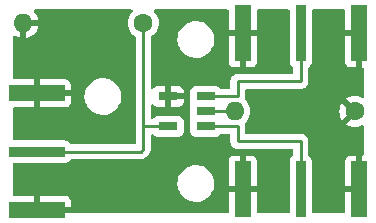
<source format=gtl>
%TF.GenerationSoftware,KiCad,Pcbnew,(6.0.0-0)*%
%TF.CreationDate,2022-04-29T16:53:49+10:00*%
%TF.ProjectId,kicad practice,6b696361-6420-4707-9261-63746963652e,rev?*%
%TF.SameCoordinates,Original*%
%TF.FileFunction,Copper,L1,Top*%
%TF.FilePolarity,Positive*%
%FSLAX46Y46*%
G04 Gerber Fmt 4.6, Leading zero omitted, Abs format (unit mm)*
G04 Created by KiCad (PCBNEW (6.0.0-0)) date 2022-04-29 16:53:49*
%MOMM*%
%LPD*%
G01*
G04 APERTURE LIST*
%TA.AperFunction,SMDPad,CuDef*%
%ADD10R,0.860000X4.720000*%
%TD*%
%TA.AperFunction,ConnectorPad*%
%ADD11R,1.350000X4.720000*%
%TD*%
%TA.AperFunction,ComponentPad*%
%ADD12C,1.600000*%
%TD*%
%TA.AperFunction,ComponentPad*%
%ADD13O,1.600000X1.600000*%
%TD*%
%TA.AperFunction,SMDPad,CuDef*%
%ADD14R,4.720000X0.860000*%
%TD*%
%TA.AperFunction,ConnectorPad*%
%ADD15R,4.720000X1.350000*%
%TD*%
%TA.AperFunction,SMDPad,CuDef*%
%ADD16R,1.650000X0.760000*%
%TD*%
%TA.AperFunction,ViaPad*%
%ADD17C,0.800000*%
%TD*%
%TA.AperFunction,Conductor*%
%ADD18C,0.250000*%
%TD*%
G04 APERTURE END LIST*
D10*
%TO.P,J2,1,In*%
%TO.N,Net-(J2-Pad1)*%
X152400000Y-95504000D03*
D11*
%TO.P,J2,2,Ext*%
%TO.N,Earth*%
X157325000Y-95504000D03*
X147475000Y-95504000D03*
%TD*%
D12*
%TO.P,R1,1*%
%TO.N,Earth*%
X156972000Y-102108000D03*
D13*
%TO.P,R1,2*%
%TO.N,Net-(R1-Pad2)*%
X146812000Y-102108000D03*
%TD*%
D14*
%TO.P,J3,1,In*%
%TO.N,Net-(J3-Pad1)*%
X130048000Y-105507000D03*
D15*
%TO.P,J3,2,Ext*%
%TO.N,Earth*%
X130048000Y-100582000D03*
X130048000Y-110432000D03*
%TD*%
D16*
%TO.P,T1,1,PR1*%
%TO.N,Net-(J1-Pad1)*%
X144338000Y-103378000D03*
%TO.P,T1,2,PM*%
%TO.N,Net-(R1-Pad2)*%
X144338000Y-102108000D03*
%TO.P,T1,3,PR2*%
%TO.N,Net-(J2-Pad1)*%
X144338000Y-100838000D03*
%TO.P,T1,4,S1*%
%TO.N,Earth*%
X141158000Y-100838000D03*
%TO.P,T1,5,S2*%
%TO.N,Net-(J3-Pad1)*%
X141158000Y-103378000D03*
%TD*%
D12*
%TO.P,R2,1*%
%TO.N,Net-(J3-Pad1)*%
X139065000Y-94615000D03*
D13*
%TO.P,R2,2*%
%TO.N,Earth*%
X128905000Y-94615000D03*
%TD*%
D10*
%TO.P,J1,1,In*%
%TO.N,Net-(J1-Pad1)*%
X152400000Y-108712000D03*
D11*
%TO.P,J1,2,Ext*%
%TO.N,Earth*%
X147475000Y-108712000D03*
X157325000Y-108712000D03*
%TD*%
D17*
%TO.N,Earth*%
X137922000Y-96774000D03*
X137922000Y-98806000D03*
X135890000Y-106680000D03*
X149860000Y-105918000D03*
X134874000Y-106680000D03*
X145796000Y-104902000D03*
X140208000Y-96774000D03*
X137922000Y-104140000D03*
X145796000Y-99314000D03*
X137922000Y-103124000D03*
X133858000Y-106680000D03*
X140208000Y-97790000D03*
X150876000Y-105918000D03*
X139700000Y-106172000D03*
X140208000Y-98806000D03*
X150876000Y-98298000D03*
X137922000Y-106680000D03*
X136906000Y-106680000D03*
X133858000Y-104140000D03*
X134874000Y-104140000D03*
X136906000Y-104140000D03*
X149860000Y-98298000D03*
X135890000Y-104140000D03*
X137922000Y-97790000D03*
X138938000Y-106680000D03*
%TD*%
D18*
%TO.N,Net-(J1-Pad1)*%
X147066000Y-104648000D02*
X152400000Y-104648000D01*
X144338000Y-103378000D02*
X147066000Y-103378000D01*
X152400000Y-104648000D02*
X152400000Y-108712000D01*
X147066000Y-103378000D02*
X147066000Y-104648000D01*
%TO.N,Net-(J2-Pad1)*%
X147066000Y-99568000D02*
X152400000Y-99568000D01*
X147066000Y-100838000D02*
X144338000Y-100838000D01*
X152400000Y-99568000D02*
X152400000Y-95504000D01*
X147066000Y-100838000D02*
X147066000Y-99568000D01*
%TO.N,Net-(J3-Pad1)*%
X139065000Y-103251000D02*
X139065000Y-105283000D01*
X139065000Y-94615000D02*
X139065000Y-103251000D01*
X139065000Y-105283000D02*
X138841000Y-105507000D01*
X139065000Y-103251000D02*
X139192000Y-103378000D01*
X138841000Y-105507000D02*
X130048000Y-105507000D01*
X139192000Y-103378000D02*
X141158000Y-103378000D01*
%TO.N,Net-(R1-Pad2)*%
X146812000Y-102108000D02*
X144338000Y-102108000D01*
%TD*%
%TA.AperFunction,Conductor*%
%TO.N,Earth*%
G36*
X146234121Y-93492002D02*
G01*
X146280614Y-93545658D01*
X146292000Y-93598000D01*
X146292000Y-95231885D01*
X146296475Y-95247124D01*
X146297865Y-95248329D01*
X146305548Y-95250000D01*
X148639884Y-95250000D01*
X148655123Y-95245525D01*
X148656328Y-95244135D01*
X148657999Y-95236452D01*
X148657999Y-93598000D01*
X148678001Y-93529879D01*
X148731657Y-93483386D01*
X148783999Y-93472000D01*
X151335500Y-93472000D01*
X151403621Y-93492002D01*
X151450114Y-93545658D01*
X151461500Y-93598000D01*
X151461500Y-97912134D01*
X151468255Y-97974316D01*
X151519385Y-98110705D01*
X151606739Y-98227261D01*
X151716066Y-98309197D01*
X151758580Y-98366055D01*
X151766500Y-98410022D01*
X151766500Y-98808500D01*
X151746498Y-98876621D01*
X151692842Y-98923114D01*
X151640500Y-98934500D01*
X147137793Y-98934500D01*
X147114184Y-98932268D01*
X147113881Y-98932210D01*
X147113877Y-98932210D01*
X147106094Y-98930725D01*
X147050049Y-98934251D01*
X147042138Y-98934500D01*
X147026144Y-98934500D01*
X147010270Y-98936506D01*
X147002410Y-98937248D01*
X146974951Y-98938976D01*
X146954263Y-98940277D01*
X146954262Y-98940277D01*
X146946350Y-98940775D01*
X146938809Y-98943225D01*
X146938513Y-98943321D01*
X146915369Y-98948494D01*
X146915065Y-98948532D01*
X146915060Y-98948533D01*
X146907203Y-98949526D01*
X146899838Y-98952442D01*
X146899834Y-98952443D01*
X146854989Y-98970199D01*
X146847570Y-98972871D01*
X146794125Y-98990236D01*
X146787429Y-98994486D01*
X146787428Y-98994486D01*
X146787169Y-98994650D01*
X146766042Y-99005415D01*
X146765754Y-99005529D01*
X146765749Y-99005532D01*
X146758383Y-99008448D01*
X146751975Y-99013104D01*
X146751969Y-99013107D01*
X146712948Y-99041458D01*
X146706411Y-99045901D01*
X146658982Y-99076000D01*
X146653556Y-99081778D01*
X146653555Y-99081779D01*
X146653341Y-99082007D01*
X146635554Y-99097688D01*
X146635309Y-99097866D01*
X146635307Y-99097868D01*
X146628893Y-99102528D01*
X146623839Y-99108637D01*
X146623838Y-99108638D01*
X146593097Y-99145796D01*
X146587866Y-99151730D01*
X146554842Y-99186898D01*
X146554840Y-99186901D01*
X146549414Y-99192679D01*
X146545445Y-99199899D01*
X146532119Y-99219506D01*
X146531920Y-99219746D01*
X146531916Y-99219753D01*
X146526867Y-99225856D01*
X146523493Y-99233027D01*
X146502953Y-99276676D01*
X146499371Y-99283708D01*
X146472305Y-99332940D01*
X146470335Y-99340615D01*
X146470332Y-99340621D01*
X146470256Y-99340919D01*
X146462224Y-99363228D01*
X146462094Y-99363503D01*
X146462091Y-99363511D01*
X146458717Y-99370682D01*
X146452191Y-99404895D01*
X146448195Y-99425843D01*
X146446471Y-99433558D01*
X146432500Y-99487970D01*
X146432500Y-99496207D01*
X146430268Y-99519816D01*
X146428725Y-99527906D01*
X146429223Y-99535817D01*
X146432251Y-99583951D01*
X146432500Y-99591862D01*
X146432500Y-100078500D01*
X146412498Y-100146621D01*
X146358842Y-100193114D01*
X146306500Y-100204500D01*
X145671549Y-100204500D01*
X145603428Y-100184498D01*
X145570726Y-100154069D01*
X145526261Y-100094739D01*
X145409705Y-100007385D01*
X145273316Y-99956255D01*
X145211134Y-99949500D01*
X143464866Y-99949500D01*
X143402684Y-99956255D01*
X143266295Y-100007385D01*
X143149739Y-100094739D01*
X143062385Y-100211295D01*
X143011255Y-100347684D01*
X143004500Y-100409866D01*
X143004500Y-101266134D01*
X143011255Y-101328316D01*
X143033480Y-101387599D01*
X143048914Y-101428770D01*
X143054097Y-101499577D01*
X143048916Y-101517225D01*
X143011255Y-101617684D01*
X143004500Y-101679866D01*
X143004500Y-102536134D01*
X143011255Y-102598316D01*
X143024910Y-102634739D01*
X143048914Y-102698770D01*
X143054097Y-102769577D01*
X143048916Y-102787225D01*
X143011255Y-102887684D01*
X143004500Y-102949866D01*
X143004500Y-103806134D01*
X143011255Y-103868316D01*
X143062385Y-104004705D01*
X143149739Y-104121261D01*
X143266295Y-104208615D01*
X143402684Y-104259745D01*
X143464866Y-104266500D01*
X145211134Y-104266500D01*
X145273316Y-104259745D01*
X145409705Y-104208615D01*
X145526261Y-104121261D01*
X145570725Y-104061933D01*
X145627582Y-104019420D01*
X145671549Y-104011500D01*
X146306500Y-104011500D01*
X146374621Y-104031502D01*
X146421114Y-104085158D01*
X146432500Y-104137500D01*
X146432500Y-104576207D01*
X146430268Y-104599816D01*
X146428725Y-104607906D01*
X146430244Y-104632049D01*
X146432251Y-104663951D01*
X146432500Y-104671862D01*
X146432500Y-104687856D01*
X146434506Y-104703730D01*
X146435248Y-104711590D01*
X146438775Y-104767650D01*
X146441225Y-104775191D01*
X146441321Y-104775487D01*
X146446494Y-104798631D01*
X146446532Y-104798935D01*
X146446533Y-104798940D01*
X146447526Y-104806797D01*
X146450442Y-104814162D01*
X146450443Y-104814166D01*
X146468199Y-104859011D01*
X146470871Y-104866430D01*
X146488236Y-104919875D01*
X146492486Y-104926571D01*
X146492486Y-104926572D01*
X146492650Y-104926831D01*
X146503415Y-104947958D01*
X146503529Y-104948246D01*
X146503532Y-104948251D01*
X146506448Y-104955617D01*
X146511104Y-104962025D01*
X146511107Y-104962031D01*
X146539458Y-105001052D01*
X146543901Y-105007589D01*
X146574000Y-105055018D01*
X146579778Y-105060444D01*
X146579779Y-105060445D01*
X146580007Y-105060659D01*
X146595688Y-105078446D01*
X146600528Y-105085107D01*
X146606637Y-105090161D01*
X146606638Y-105090162D01*
X146643796Y-105120903D01*
X146649730Y-105126134D01*
X146684898Y-105159158D01*
X146684901Y-105159160D01*
X146690679Y-105164586D01*
X146697903Y-105168558D01*
X146717506Y-105181881D01*
X146717746Y-105182080D01*
X146717753Y-105182084D01*
X146723856Y-105187133D01*
X146763400Y-105205741D01*
X146774676Y-105211047D01*
X146781708Y-105214629D01*
X146830940Y-105241695D01*
X146838615Y-105243665D01*
X146838621Y-105243668D01*
X146838919Y-105243744D01*
X146861228Y-105251776D01*
X146861503Y-105251906D01*
X146861511Y-105251909D01*
X146868682Y-105255283D01*
X146923849Y-105265806D01*
X146931558Y-105267529D01*
X146965551Y-105276257D01*
X146978293Y-105279529D01*
X146978294Y-105279529D01*
X146985970Y-105281500D01*
X146994207Y-105281500D01*
X147017816Y-105283732D01*
X147018119Y-105283790D01*
X147018123Y-105283790D01*
X147025906Y-105285275D01*
X147081951Y-105281749D01*
X147089862Y-105281500D01*
X151640500Y-105281500D01*
X151708621Y-105301502D01*
X151755114Y-105355158D01*
X151766500Y-105407500D01*
X151766500Y-105805978D01*
X151746498Y-105874099D01*
X151716066Y-105906803D01*
X151606739Y-105988739D01*
X151519385Y-106105295D01*
X151468255Y-106241684D01*
X151461500Y-106303866D01*
X151461500Y-110618000D01*
X151441498Y-110686121D01*
X151387842Y-110732614D01*
X151335500Y-110744000D01*
X148784000Y-110744000D01*
X148715879Y-110723998D01*
X148669386Y-110670342D01*
X148658000Y-110618000D01*
X148658000Y-108984115D01*
X148653525Y-108968876D01*
X148652135Y-108967671D01*
X148644452Y-108966000D01*
X146310116Y-108966000D01*
X146294877Y-108970475D01*
X146293672Y-108971865D01*
X146292001Y-108979548D01*
X146292001Y-110618000D01*
X146271999Y-110686121D01*
X146218343Y-110732614D01*
X146166001Y-110744000D01*
X133022034Y-110744000D01*
X132953913Y-110723998D01*
X132941980Y-110710226D01*
X132939486Y-110713104D01*
X132910135Y-110687671D01*
X132902452Y-110686000D01*
X129920000Y-110686000D01*
X129851879Y-110665998D01*
X129805386Y-110612342D01*
X129794000Y-110560000D01*
X129794000Y-110159885D01*
X130302000Y-110159885D01*
X130306475Y-110175124D01*
X130307865Y-110176329D01*
X130315548Y-110178000D01*
X132897884Y-110178000D01*
X132913123Y-110173525D01*
X132914328Y-110172135D01*
X132915999Y-110164452D01*
X132915999Y-109712331D01*
X132915629Y-109705510D01*
X132910105Y-109654648D01*
X132906479Y-109639396D01*
X132861324Y-109518946D01*
X132852786Y-109503351D01*
X132776285Y-109401276D01*
X132763724Y-109388715D01*
X132661649Y-109312214D01*
X132646054Y-109303676D01*
X132525606Y-109258522D01*
X132510351Y-109254895D01*
X132459486Y-109249369D01*
X132452672Y-109249000D01*
X130320115Y-109249000D01*
X130304876Y-109253475D01*
X130303671Y-109254865D01*
X130302000Y-109262548D01*
X130302000Y-110159885D01*
X129794000Y-110159885D01*
X129794000Y-109267116D01*
X129789525Y-109251877D01*
X129788135Y-109250672D01*
X129780452Y-109249001D01*
X128142000Y-109249001D01*
X128073879Y-109228999D01*
X128027386Y-109175343D01*
X128016000Y-109123001D01*
X128016000Y-108258568D01*
X141947382Y-108258568D01*
X141976208Y-108507699D01*
X141977587Y-108512573D01*
X141977588Y-108512577D01*
X142016526Y-108650181D01*
X142044494Y-108749017D01*
X142046628Y-108753592D01*
X142046630Y-108753599D01*
X142148347Y-108971731D01*
X142150484Y-108976313D01*
X142153326Y-108980494D01*
X142153326Y-108980495D01*
X142288605Y-109179552D01*
X142288608Y-109179556D01*
X142291451Y-109183739D01*
X142294928Y-109187416D01*
X142294929Y-109187417D01*
X142395238Y-109293491D01*
X142463767Y-109365959D01*
X142467793Y-109369037D01*
X142467794Y-109369038D01*
X142658981Y-109515212D01*
X142658985Y-109515215D01*
X142663001Y-109518285D01*
X142884026Y-109636797D01*
X142888807Y-109638443D01*
X142888811Y-109638445D01*
X143103391Y-109712331D01*
X143121156Y-109718448D01*
X143224689Y-109736331D01*
X143364380Y-109760460D01*
X143364386Y-109760461D01*
X143368290Y-109761135D01*
X143372251Y-109761315D01*
X143372252Y-109761315D01*
X143396931Y-109762436D01*
X143396950Y-109762436D01*
X143398350Y-109762500D01*
X143573015Y-109762500D01*
X143575523Y-109762298D01*
X143575528Y-109762298D01*
X143754944Y-109747863D01*
X143754949Y-109747862D01*
X143759985Y-109747457D01*
X143764893Y-109746252D01*
X143764896Y-109746251D01*
X143998625Y-109688841D01*
X144003539Y-109687634D01*
X144008191Y-109685659D01*
X144008195Y-109685658D01*
X144229741Y-109591617D01*
X144229742Y-109591617D01*
X144234396Y-109589641D01*
X144446615Y-109456000D01*
X144634738Y-109290147D01*
X144793924Y-109096351D01*
X144920078Y-108879596D01*
X145009955Y-108645461D01*
X145049467Y-108456329D01*
X145052902Y-108439885D01*
X146292000Y-108439885D01*
X146296475Y-108455124D01*
X146297865Y-108456329D01*
X146305548Y-108458000D01*
X147202885Y-108458000D01*
X147218124Y-108453525D01*
X147219329Y-108452135D01*
X147221000Y-108444452D01*
X147221000Y-108439885D01*
X147729000Y-108439885D01*
X147733475Y-108455124D01*
X147734865Y-108456329D01*
X147742548Y-108458000D01*
X148639884Y-108458000D01*
X148655123Y-108453525D01*
X148656328Y-108452135D01*
X148657999Y-108444452D01*
X148657999Y-106307331D01*
X148657629Y-106300510D01*
X148652105Y-106249648D01*
X148648479Y-106234396D01*
X148603324Y-106113946D01*
X148594786Y-106098351D01*
X148518285Y-105996276D01*
X148505724Y-105983715D01*
X148403649Y-105907214D01*
X148388054Y-105898676D01*
X148267606Y-105853522D01*
X148252351Y-105849895D01*
X148201486Y-105844369D01*
X148194672Y-105844000D01*
X147747115Y-105844000D01*
X147731876Y-105848475D01*
X147730671Y-105849865D01*
X147729000Y-105857548D01*
X147729000Y-108439885D01*
X147221000Y-108439885D01*
X147221000Y-105862116D01*
X147216525Y-105846877D01*
X147215135Y-105845672D01*
X147207452Y-105844001D01*
X146755331Y-105844001D01*
X146748510Y-105844371D01*
X146697648Y-105849895D01*
X146682396Y-105853521D01*
X146561946Y-105898676D01*
X146546351Y-105907214D01*
X146444276Y-105983715D01*
X146431715Y-105996276D01*
X146355214Y-106098351D01*
X146346676Y-106113946D01*
X146301522Y-106234394D01*
X146297895Y-106249649D01*
X146292369Y-106300514D01*
X146292000Y-106307328D01*
X146292000Y-108439885D01*
X145052902Y-108439885D01*
X145060206Y-108404921D01*
X145061241Y-108399967D01*
X145072618Y-108149432D01*
X145043792Y-107900301D01*
X145004810Y-107762539D01*
X144976884Y-107663852D01*
X144976883Y-107663850D01*
X144975506Y-107658983D01*
X144973372Y-107654408D01*
X144973370Y-107654401D01*
X144871653Y-107436269D01*
X144871651Y-107436265D01*
X144869516Y-107431687D01*
X144866674Y-107427505D01*
X144731395Y-107228448D01*
X144731392Y-107228444D01*
X144728549Y-107224261D01*
X144627925Y-107117853D01*
X144559713Y-107045721D01*
X144556233Y-107042041D01*
X144552206Y-107038962D01*
X144361019Y-106892788D01*
X144361015Y-106892785D01*
X144356999Y-106889715D01*
X144135974Y-106771203D01*
X144131193Y-106769557D01*
X144131189Y-106769555D01*
X143903633Y-106691201D01*
X143898844Y-106689552D01*
X143795311Y-106671669D01*
X143655620Y-106647540D01*
X143655614Y-106647539D01*
X143651710Y-106646865D01*
X143647749Y-106646685D01*
X143647748Y-106646685D01*
X143623069Y-106645564D01*
X143623050Y-106645564D01*
X143621650Y-106645500D01*
X143446985Y-106645500D01*
X143444477Y-106645702D01*
X143444472Y-106645702D01*
X143265056Y-106660137D01*
X143265051Y-106660138D01*
X143260015Y-106660543D01*
X143255107Y-106661748D01*
X143255104Y-106661749D01*
X143023326Y-106718680D01*
X143016461Y-106720366D01*
X143011809Y-106722341D01*
X143011805Y-106722342D01*
X142891061Y-106773595D01*
X142785604Y-106818359D01*
X142573385Y-106952000D01*
X142385262Y-107117853D01*
X142226076Y-107311649D01*
X142099922Y-107528404D01*
X142010045Y-107762539D01*
X141958759Y-108008033D01*
X141947382Y-108258568D01*
X128016000Y-108258568D01*
X128016000Y-106571500D01*
X128036002Y-106503379D01*
X128089658Y-106456886D01*
X128142000Y-106445500D01*
X132456134Y-106445500D01*
X132518316Y-106438745D01*
X132654705Y-106387615D01*
X132771261Y-106300261D01*
X132853197Y-106190934D01*
X132910055Y-106148420D01*
X132954022Y-106140500D01*
X138762233Y-106140500D01*
X138773416Y-106141027D01*
X138780909Y-106142702D01*
X138788835Y-106142453D01*
X138788836Y-106142453D01*
X138848986Y-106140562D01*
X138852945Y-106140500D01*
X138880856Y-106140500D01*
X138884791Y-106140003D01*
X138884856Y-106139995D01*
X138896693Y-106139062D01*
X138928951Y-106138048D01*
X138932970Y-106137922D01*
X138940889Y-106137673D01*
X138960343Y-106132021D01*
X138979700Y-106128013D01*
X138991930Y-106126468D01*
X138991931Y-106126468D01*
X138999797Y-106125474D01*
X139007168Y-106122555D01*
X139007170Y-106122555D01*
X139040912Y-106109196D01*
X139052142Y-106105351D01*
X139086983Y-106095229D01*
X139086984Y-106095229D01*
X139094593Y-106093018D01*
X139101412Y-106088985D01*
X139101417Y-106088983D01*
X139112028Y-106082707D01*
X139129776Y-106074012D01*
X139148617Y-106066552D01*
X139184387Y-106040564D01*
X139194307Y-106034048D01*
X139225535Y-106015580D01*
X139225538Y-106015578D01*
X139232362Y-106011542D01*
X139246686Y-105997218D01*
X139261713Y-105984383D01*
X139278107Y-105972472D01*
X139306292Y-105938403D01*
X139314280Y-105929625D01*
X139381789Y-105862116D01*
X139457256Y-105786648D01*
X139465538Y-105779112D01*
X139472018Y-105775000D01*
X139518645Y-105725347D01*
X139521399Y-105722506D01*
X139541135Y-105702770D01*
X139543615Y-105699573D01*
X139551320Y-105690551D01*
X139576159Y-105664100D01*
X139581586Y-105658321D01*
X139585405Y-105651375D01*
X139585407Y-105651372D01*
X139591348Y-105640566D01*
X139602199Y-105624047D01*
X139609758Y-105614301D01*
X139614614Y-105608041D01*
X139617759Y-105600772D01*
X139617762Y-105600768D01*
X139632174Y-105567463D01*
X139637391Y-105556813D01*
X139658695Y-105518060D01*
X139663733Y-105498437D01*
X139670137Y-105479734D01*
X139675033Y-105468420D01*
X139675033Y-105468419D01*
X139678181Y-105461145D01*
X139679420Y-105453322D01*
X139679423Y-105453312D01*
X139685099Y-105417476D01*
X139687505Y-105405856D01*
X139696528Y-105370711D01*
X139696528Y-105370710D01*
X139698500Y-105363030D01*
X139698500Y-105342776D01*
X139700051Y-105323065D01*
X139701980Y-105310886D01*
X139703220Y-105303057D01*
X139699059Y-105259038D01*
X139698500Y-105247181D01*
X139698500Y-104137566D01*
X139718502Y-104069445D01*
X139772158Y-104022952D01*
X139842432Y-104012848D01*
X139907012Y-104042342D01*
X139925326Y-104062001D01*
X139969739Y-104121261D01*
X140086295Y-104208615D01*
X140222684Y-104259745D01*
X140284866Y-104266500D01*
X142031134Y-104266500D01*
X142093316Y-104259745D01*
X142229705Y-104208615D01*
X142346261Y-104121261D01*
X142433615Y-104004705D01*
X142484745Y-103868316D01*
X142491500Y-103806134D01*
X142491500Y-102949866D01*
X142484745Y-102887684D01*
X142433615Y-102751295D01*
X142346261Y-102634739D01*
X142229705Y-102547385D01*
X142093316Y-102496255D01*
X142031134Y-102489500D01*
X140284866Y-102489500D01*
X140222684Y-102496255D01*
X140086295Y-102547385D01*
X139969739Y-102634739D01*
X139964358Y-102641919D01*
X139925326Y-102693999D01*
X139868467Y-102736514D01*
X139797648Y-102741540D01*
X139735355Y-102707480D01*
X139701365Y-102645149D01*
X139698500Y-102618434D01*
X139698500Y-101596732D01*
X139718502Y-101528611D01*
X139772158Y-101482118D01*
X139842432Y-101472014D01*
X139907012Y-101501508D01*
X139925327Y-101521167D01*
X139964719Y-101573728D01*
X139977276Y-101586285D01*
X140079351Y-101662786D01*
X140094946Y-101671324D01*
X140215394Y-101716478D01*
X140230649Y-101720105D01*
X140281514Y-101725631D01*
X140288328Y-101726000D01*
X140885885Y-101726000D01*
X140901124Y-101721525D01*
X140902329Y-101720135D01*
X140904000Y-101712452D01*
X140904000Y-101707884D01*
X141412000Y-101707884D01*
X141416475Y-101723123D01*
X141417865Y-101724328D01*
X141425548Y-101725999D01*
X142027669Y-101725999D01*
X142034490Y-101725629D01*
X142085352Y-101720105D01*
X142100604Y-101716479D01*
X142221054Y-101671324D01*
X142236649Y-101662786D01*
X142338724Y-101586285D01*
X142351285Y-101573724D01*
X142427786Y-101471649D01*
X142436324Y-101456054D01*
X142481478Y-101335606D01*
X142485105Y-101320351D01*
X142490631Y-101269486D01*
X142491000Y-101262672D01*
X142491000Y-101110115D01*
X142486525Y-101094876D01*
X142485135Y-101093671D01*
X142477452Y-101092000D01*
X141430115Y-101092000D01*
X141414876Y-101096475D01*
X141413671Y-101097865D01*
X141412000Y-101105548D01*
X141412000Y-101707884D01*
X140904000Y-101707884D01*
X140904000Y-100565885D01*
X141412000Y-100565885D01*
X141416475Y-100581124D01*
X141417865Y-100582329D01*
X141425548Y-100584000D01*
X142472884Y-100584000D01*
X142488123Y-100579525D01*
X142489328Y-100578135D01*
X142490999Y-100570452D01*
X142490999Y-100413331D01*
X142490629Y-100406510D01*
X142485105Y-100355648D01*
X142481479Y-100340396D01*
X142436324Y-100219946D01*
X142427786Y-100204351D01*
X142351285Y-100102276D01*
X142338724Y-100089715D01*
X142236649Y-100013214D01*
X142221054Y-100004676D01*
X142100606Y-99959522D01*
X142085351Y-99955895D01*
X142034486Y-99950369D01*
X142027672Y-99950000D01*
X141430115Y-99950000D01*
X141414876Y-99954475D01*
X141413671Y-99955865D01*
X141412000Y-99963548D01*
X141412000Y-100565885D01*
X140904000Y-100565885D01*
X140904000Y-99968116D01*
X140899525Y-99952877D01*
X140898135Y-99951672D01*
X140890452Y-99950001D01*
X140288331Y-99950001D01*
X140281510Y-99950371D01*
X140230648Y-99955895D01*
X140215396Y-99959521D01*
X140094946Y-100004676D01*
X140079351Y-100013214D01*
X139977276Y-100089715D01*
X139964719Y-100102272D01*
X139925327Y-100154833D01*
X139868467Y-100197348D01*
X139797649Y-100202374D01*
X139735355Y-100168314D01*
X139701365Y-100105983D01*
X139698500Y-100079268D01*
X139698500Y-97908669D01*
X146292001Y-97908669D01*
X146292371Y-97915490D01*
X146297895Y-97966352D01*
X146301521Y-97981604D01*
X146346676Y-98102054D01*
X146355214Y-98117649D01*
X146431715Y-98219724D01*
X146444276Y-98232285D01*
X146546351Y-98308786D01*
X146561946Y-98317324D01*
X146682394Y-98362478D01*
X146697649Y-98366105D01*
X146748514Y-98371631D01*
X146755328Y-98372000D01*
X147202885Y-98372000D01*
X147218124Y-98367525D01*
X147219329Y-98366135D01*
X147221000Y-98358452D01*
X147221000Y-98353884D01*
X147729000Y-98353884D01*
X147733475Y-98369123D01*
X147734865Y-98370328D01*
X147742548Y-98371999D01*
X148194669Y-98371999D01*
X148201490Y-98371629D01*
X148252352Y-98366105D01*
X148267604Y-98362479D01*
X148388054Y-98317324D01*
X148403649Y-98308786D01*
X148505724Y-98232285D01*
X148518285Y-98219724D01*
X148594786Y-98117649D01*
X148603324Y-98102054D01*
X148648478Y-97981606D01*
X148652105Y-97966351D01*
X148657631Y-97915486D01*
X148658000Y-97908672D01*
X148658000Y-95776115D01*
X148653525Y-95760876D01*
X148652135Y-95759671D01*
X148644452Y-95758000D01*
X147747115Y-95758000D01*
X147731876Y-95762475D01*
X147730671Y-95763865D01*
X147729000Y-95771548D01*
X147729000Y-98353884D01*
X147221000Y-98353884D01*
X147221000Y-95776115D01*
X147216525Y-95760876D01*
X147215135Y-95759671D01*
X147207452Y-95758000D01*
X146310116Y-95758000D01*
X146294877Y-95762475D01*
X146293672Y-95763865D01*
X146292001Y-95771548D01*
X146292001Y-97908669D01*
X139698500Y-97908669D01*
X139698500Y-96066568D01*
X141947382Y-96066568D01*
X141976208Y-96315699D01*
X141977587Y-96320573D01*
X141977588Y-96320577D01*
X142016526Y-96458181D01*
X142044494Y-96557017D01*
X142046628Y-96561592D01*
X142046630Y-96561599D01*
X142148347Y-96779731D01*
X142150484Y-96784313D01*
X142153326Y-96788494D01*
X142153326Y-96788495D01*
X142288605Y-96987552D01*
X142288608Y-96987556D01*
X142291451Y-96991739D01*
X142294928Y-96995416D01*
X142294929Y-96995417D01*
X142395238Y-97101491D01*
X142463767Y-97173959D01*
X142467793Y-97177037D01*
X142467794Y-97177038D01*
X142658981Y-97323212D01*
X142658985Y-97323215D01*
X142663001Y-97326285D01*
X142884026Y-97444797D01*
X142888807Y-97446443D01*
X142888811Y-97446445D01*
X143114538Y-97524169D01*
X143121156Y-97526448D01*
X143224689Y-97544331D01*
X143364380Y-97568460D01*
X143364386Y-97568461D01*
X143368290Y-97569135D01*
X143372251Y-97569315D01*
X143372252Y-97569315D01*
X143396931Y-97570436D01*
X143396950Y-97570436D01*
X143398350Y-97570500D01*
X143573015Y-97570500D01*
X143575523Y-97570298D01*
X143575528Y-97570298D01*
X143754944Y-97555863D01*
X143754949Y-97555862D01*
X143759985Y-97555457D01*
X143764893Y-97554252D01*
X143764896Y-97554251D01*
X143998625Y-97496841D01*
X144003539Y-97495634D01*
X144008191Y-97493659D01*
X144008195Y-97493658D01*
X144229741Y-97399617D01*
X144229742Y-97399617D01*
X144234396Y-97397641D01*
X144446615Y-97264000D01*
X144634738Y-97098147D01*
X144793924Y-96904351D01*
X144920078Y-96687596D01*
X145009955Y-96453461D01*
X145061241Y-96207967D01*
X145072618Y-95957432D01*
X145043792Y-95708301D01*
X145020039Y-95624357D01*
X144976884Y-95471852D01*
X144976883Y-95471850D01*
X144975506Y-95466983D01*
X144973372Y-95462408D01*
X144973370Y-95462401D01*
X144871653Y-95244269D01*
X144871651Y-95244265D01*
X144869516Y-95239687D01*
X144864214Y-95231885D01*
X144731395Y-95036448D01*
X144731392Y-95036444D01*
X144728549Y-95032261D01*
X144627925Y-94925853D01*
X144559713Y-94853721D01*
X144556233Y-94850041D01*
X144539970Y-94837607D01*
X144361019Y-94700788D01*
X144361015Y-94700785D01*
X144356999Y-94697715D01*
X144135974Y-94579203D01*
X144131193Y-94577557D01*
X144131189Y-94577555D01*
X143903633Y-94499201D01*
X143898844Y-94497552D01*
X143795311Y-94479669D01*
X143655620Y-94455540D01*
X143655614Y-94455539D01*
X143651710Y-94454865D01*
X143647749Y-94454685D01*
X143647748Y-94454685D01*
X143623069Y-94453564D01*
X143623050Y-94453564D01*
X143621650Y-94453500D01*
X143446985Y-94453500D01*
X143444477Y-94453702D01*
X143444472Y-94453702D01*
X143265056Y-94468137D01*
X143265051Y-94468138D01*
X143260015Y-94468543D01*
X143255107Y-94469748D01*
X143255104Y-94469749D01*
X143023326Y-94526680D01*
X143016461Y-94528366D01*
X143011809Y-94530341D01*
X143011805Y-94530342D01*
X142891061Y-94581595D01*
X142785604Y-94626359D01*
X142573385Y-94760000D01*
X142385262Y-94925853D01*
X142226076Y-95119649D01*
X142099922Y-95336404D01*
X142010045Y-95570539D01*
X142009012Y-95575485D01*
X142009010Y-95575491D01*
X141970282Y-95760876D01*
X141958759Y-95816033D01*
X141958530Y-95821082D01*
X141958529Y-95821088D01*
X141955125Y-95896058D01*
X141947382Y-96066568D01*
X139698500Y-96066568D01*
X139698500Y-95834394D01*
X139718502Y-95766273D01*
X139752229Y-95731181D01*
X139904789Y-95624357D01*
X139904792Y-95624355D01*
X139909300Y-95621198D01*
X140071198Y-95459300D01*
X140202523Y-95271749D01*
X140204846Y-95266767D01*
X140204849Y-95266762D01*
X140296961Y-95069225D01*
X140296961Y-95069224D01*
X140299284Y-95064243D01*
X140347970Y-94882548D01*
X140357119Y-94848402D01*
X140357119Y-94848400D01*
X140358543Y-94843087D01*
X140378498Y-94615000D01*
X140358543Y-94386913D01*
X140357119Y-94381598D01*
X140300707Y-94171067D01*
X140300706Y-94171065D01*
X140299284Y-94165757D01*
X140204966Y-93963489D01*
X140204849Y-93963238D01*
X140204846Y-93963233D01*
X140202523Y-93958251D01*
X140071198Y-93770700D01*
X139987593Y-93687095D01*
X139953567Y-93624783D01*
X139958632Y-93553968D01*
X140001179Y-93497132D01*
X140067699Y-93472321D01*
X140076688Y-93472000D01*
X146166000Y-93472000D01*
X146234121Y-93492002D01*
G37*
%TD.AperFunction*%
%TA.AperFunction,Conductor*%
G36*
X156084121Y-93492002D02*
G01*
X156130614Y-93545658D01*
X156142000Y-93598000D01*
X156142000Y-95231885D01*
X156146475Y-95247124D01*
X156147865Y-95248329D01*
X156155548Y-95250000D01*
X157453000Y-95250000D01*
X157521121Y-95270002D01*
X157567614Y-95323658D01*
X157579000Y-95376000D01*
X157579000Y-98353884D01*
X157583475Y-98369123D01*
X157584865Y-98370328D01*
X157592548Y-98371999D01*
X157608000Y-98371999D01*
X157676121Y-98392001D01*
X157722614Y-98445657D01*
X157734000Y-98497999D01*
X157734000Y-100822328D01*
X157713998Y-100890449D01*
X157660342Y-100936942D01*
X157590068Y-100947046D01*
X157554750Y-100936523D01*
X157426053Y-100876510D01*
X157415761Y-100872764D01*
X157205312Y-100816375D01*
X157194519Y-100814472D01*
X156977475Y-100795483D01*
X156966525Y-100795483D01*
X156749481Y-100814472D01*
X156738688Y-100816375D01*
X156528239Y-100872764D01*
X156517947Y-100876510D01*
X156320489Y-100968586D01*
X156310994Y-100974069D01*
X156258952Y-101010509D01*
X156250576Y-101020988D01*
X156257644Y-101034434D01*
X157242115Y-102018905D01*
X157276141Y-102081217D01*
X157271076Y-102152032D01*
X157242115Y-102197095D01*
X156256923Y-103182287D01*
X156250493Y-103194062D01*
X156259789Y-103206077D01*
X156310994Y-103241931D01*
X156320489Y-103247414D01*
X156517947Y-103339490D01*
X156528239Y-103343236D01*
X156738688Y-103399625D01*
X156749481Y-103401528D01*
X156966525Y-103420517D01*
X156977475Y-103420517D01*
X157194519Y-103401528D01*
X157205312Y-103399625D01*
X157415761Y-103343236D01*
X157426053Y-103339490D01*
X157554750Y-103279477D01*
X157624941Y-103268816D01*
X157689754Y-103297796D01*
X157728611Y-103357215D01*
X157734000Y-103393672D01*
X157734000Y-105718000D01*
X157713998Y-105786121D01*
X157660342Y-105832614D01*
X157608000Y-105844000D01*
X157597115Y-105844000D01*
X157581876Y-105848475D01*
X157580671Y-105849865D01*
X157579000Y-105857548D01*
X157579000Y-108840000D01*
X157558998Y-108908121D01*
X157505342Y-108954614D01*
X157453000Y-108966000D01*
X156160116Y-108966000D01*
X156144877Y-108970475D01*
X156143672Y-108971865D01*
X156142001Y-108979548D01*
X156142001Y-110618000D01*
X156121999Y-110686121D01*
X156068343Y-110732614D01*
X156016001Y-110744000D01*
X153464500Y-110744000D01*
X153396379Y-110723998D01*
X153349886Y-110670342D01*
X153338500Y-110618000D01*
X153338500Y-108439885D01*
X156142000Y-108439885D01*
X156146475Y-108455124D01*
X156147865Y-108456329D01*
X156155548Y-108458000D01*
X157052885Y-108458000D01*
X157068124Y-108453525D01*
X157069329Y-108452135D01*
X157071000Y-108444452D01*
X157071000Y-105862116D01*
X157066525Y-105846877D01*
X157065135Y-105845672D01*
X157057452Y-105844001D01*
X156605331Y-105844001D01*
X156598510Y-105844371D01*
X156547648Y-105849895D01*
X156532396Y-105853521D01*
X156411946Y-105898676D01*
X156396351Y-105907214D01*
X156294276Y-105983715D01*
X156281715Y-105996276D01*
X156205214Y-106098351D01*
X156196676Y-106113946D01*
X156151522Y-106234394D01*
X156147895Y-106249649D01*
X156142369Y-106300514D01*
X156142000Y-106307328D01*
X156142000Y-108439885D01*
X153338500Y-108439885D01*
X153338500Y-106303866D01*
X153331745Y-106241684D01*
X153280615Y-106105295D01*
X153193261Y-105988739D01*
X153083934Y-105906803D01*
X153041420Y-105849945D01*
X153033500Y-105805978D01*
X153033500Y-104719793D01*
X153035732Y-104696184D01*
X153035790Y-104695881D01*
X153035790Y-104695877D01*
X153037275Y-104688094D01*
X153033749Y-104632049D01*
X153033500Y-104624138D01*
X153033500Y-104608144D01*
X153031494Y-104592270D01*
X153030751Y-104584402D01*
X153027723Y-104536263D01*
X153027723Y-104536262D01*
X153027225Y-104528350D01*
X153024679Y-104520513D01*
X153019506Y-104497369D01*
X153019468Y-104497065D01*
X153019467Y-104497060D01*
X153018474Y-104489203D01*
X153015558Y-104481838D01*
X153015557Y-104481834D01*
X152997801Y-104436989D01*
X152995129Y-104429570D01*
X152977764Y-104376125D01*
X152973514Y-104369428D01*
X152973350Y-104369169D01*
X152962585Y-104348042D01*
X152962471Y-104347754D01*
X152962468Y-104347749D01*
X152959552Y-104340383D01*
X152954896Y-104333975D01*
X152954893Y-104333969D01*
X152926542Y-104294948D01*
X152922092Y-104288401D01*
X152892000Y-104240982D01*
X152885993Y-104235341D01*
X152870312Y-104217554D01*
X152870134Y-104217309D01*
X152870132Y-104217307D01*
X152865472Y-104210893D01*
X152856208Y-104203229D01*
X152822204Y-104175097D01*
X152816270Y-104169866D01*
X152781102Y-104136842D01*
X152781099Y-104136840D01*
X152775321Y-104131414D01*
X152768097Y-104127442D01*
X152748494Y-104114119D01*
X152748254Y-104113920D01*
X152748247Y-104113916D01*
X152742144Y-104108867D01*
X152702600Y-104090259D01*
X152691324Y-104084953D01*
X152684292Y-104081371D01*
X152635060Y-104054305D01*
X152627385Y-104052335D01*
X152627379Y-104052332D01*
X152627081Y-104052256D01*
X152604772Y-104044224D01*
X152604497Y-104044094D01*
X152604489Y-104044091D01*
X152597318Y-104040717D01*
X152542151Y-104030194D01*
X152534442Y-104028471D01*
X152499192Y-104019420D01*
X152487707Y-104016471D01*
X152487706Y-104016471D01*
X152480030Y-104014500D01*
X152471793Y-104014500D01*
X152448184Y-104012268D01*
X152447881Y-104012210D01*
X152447877Y-104012210D01*
X152440094Y-104010725D01*
X152384049Y-104014251D01*
X152376138Y-104014500D01*
X147825500Y-104014500D01*
X147757379Y-103994498D01*
X147710886Y-103940842D01*
X147699500Y-103888500D01*
X147699500Y-103449793D01*
X147701732Y-103426184D01*
X147701790Y-103425881D01*
X147701790Y-103425877D01*
X147703275Y-103418094D01*
X147699749Y-103362049D01*
X147699500Y-103354138D01*
X147699500Y-103338144D01*
X147697494Y-103322270D01*
X147696751Y-103314402D01*
X147695707Y-103297796D01*
X147694554Y-103279477D01*
X147693723Y-103266263D01*
X147693723Y-103266262D01*
X147693225Y-103258350D01*
X147690679Y-103250513D01*
X147685506Y-103227369D01*
X147685468Y-103227065D01*
X147685467Y-103227060D01*
X147684474Y-103219203D01*
X147677170Y-103200755D01*
X147670688Y-103130056D01*
X147705225Y-103065273D01*
X147818198Y-102952300D01*
X147949523Y-102764749D01*
X147951846Y-102759767D01*
X147951849Y-102759762D01*
X148043961Y-102562225D01*
X148043961Y-102562224D01*
X148046284Y-102557243D01*
X148048926Y-102547385D01*
X148104119Y-102341402D01*
X148104119Y-102341400D01*
X148105543Y-102336087D01*
X148125019Y-102113475D01*
X155659483Y-102113475D01*
X155678472Y-102330519D01*
X155680375Y-102341312D01*
X155736764Y-102551761D01*
X155740510Y-102562053D01*
X155832586Y-102759511D01*
X155838069Y-102769006D01*
X155874509Y-102821048D01*
X155884988Y-102829424D01*
X155898434Y-102822356D01*
X156599978Y-102120812D01*
X156607592Y-102106868D01*
X156607461Y-102105035D01*
X156603210Y-102098420D01*
X155897713Y-101392923D01*
X155885938Y-101386493D01*
X155873923Y-101395789D01*
X155838069Y-101446994D01*
X155832586Y-101456489D01*
X155740510Y-101653947D01*
X155736764Y-101664239D01*
X155680375Y-101874688D01*
X155678472Y-101885481D01*
X155659483Y-102102525D01*
X155659483Y-102113475D01*
X148125019Y-102113475D01*
X148125498Y-102108000D01*
X148105543Y-101879913D01*
X148089869Y-101821417D01*
X148047707Y-101664067D01*
X148047706Y-101664065D01*
X148046284Y-101658757D01*
X148030676Y-101625285D01*
X147951849Y-101456238D01*
X147951846Y-101456233D01*
X147949523Y-101451251D01*
X147849558Y-101308486D01*
X147821357Y-101268211D01*
X147821355Y-101268208D01*
X147818198Y-101263700D01*
X147706623Y-101152125D01*
X147672597Y-101089813D01*
X147675303Y-101035704D01*
X147673283Y-101035319D01*
X147683805Y-100980157D01*
X147685532Y-100972429D01*
X147697529Y-100925707D01*
X147697529Y-100925706D01*
X147699500Y-100918030D01*
X147699500Y-100909793D01*
X147701732Y-100886184D01*
X147701790Y-100885881D01*
X147701790Y-100885877D01*
X147703275Y-100878094D01*
X147699749Y-100822049D01*
X147699500Y-100814138D01*
X147699500Y-100327500D01*
X147719502Y-100259379D01*
X147773158Y-100212886D01*
X147825500Y-100201500D01*
X152328207Y-100201500D01*
X152351816Y-100203732D01*
X152352119Y-100203790D01*
X152352123Y-100203790D01*
X152359906Y-100205275D01*
X152415951Y-100201749D01*
X152423862Y-100201500D01*
X152439856Y-100201500D01*
X152455730Y-100199494D01*
X152463590Y-100198752D01*
X152491049Y-100197024D01*
X152511737Y-100195723D01*
X152511738Y-100195723D01*
X152519650Y-100195225D01*
X152527191Y-100192775D01*
X152527487Y-100192679D01*
X152550631Y-100187506D01*
X152550935Y-100187468D01*
X152550940Y-100187467D01*
X152558797Y-100186474D01*
X152566162Y-100183558D01*
X152566166Y-100183557D01*
X152611011Y-100165801D01*
X152618430Y-100163129D01*
X152671875Y-100145764D01*
X152678572Y-100141514D01*
X152678831Y-100141350D01*
X152699958Y-100130585D01*
X152700246Y-100130471D01*
X152700251Y-100130468D01*
X152707617Y-100127552D01*
X152714025Y-100122896D01*
X152714031Y-100122893D01*
X152753052Y-100094542D01*
X152759589Y-100090099D01*
X152807018Y-100060000D01*
X152812659Y-100053993D01*
X152830446Y-100038312D01*
X152830691Y-100038134D01*
X152830693Y-100038132D01*
X152837107Y-100033472D01*
X152842162Y-100027362D01*
X152872903Y-99990204D01*
X152878134Y-99984270D01*
X152911158Y-99949102D01*
X152911160Y-99949099D01*
X152916586Y-99943321D01*
X152920558Y-99936097D01*
X152933881Y-99916494D01*
X152934080Y-99916254D01*
X152934084Y-99916247D01*
X152939133Y-99910144D01*
X152963047Y-99859324D01*
X152966629Y-99852292D01*
X152993695Y-99803060D01*
X152995665Y-99795385D01*
X152995668Y-99795379D01*
X152995744Y-99795081D01*
X153003776Y-99772772D01*
X153003906Y-99772497D01*
X153003909Y-99772489D01*
X153007283Y-99765318D01*
X153017806Y-99710151D01*
X153019532Y-99702429D01*
X153031529Y-99655707D01*
X153031529Y-99655706D01*
X153033500Y-99648030D01*
X153033500Y-99639793D01*
X153035732Y-99616184D01*
X153035790Y-99615881D01*
X153035790Y-99615877D01*
X153037275Y-99608094D01*
X153033749Y-99552049D01*
X153033500Y-99544138D01*
X153033500Y-98410022D01*
X153053502Y-98341901D01*
X153083934Y-98309197D01*
X153193261Y-98227261D01*
X153280615Y-98110705D01*
X153331745Y-97974316D01*
X153338500Y-97912134D01*
X153338500Y-97908669D01*
X156142001Y-97908669D01*
X156142371Y-97915490D01*
X156147895Y-97966352D01*
X156151521Y-97981604D01*
X156196676Y-98102054D01*
X156205214Y-98117649D01*
X156281715Y-98219724D01*
X156294276Y-98232285D01*
X156396351Y-98308786D01*
X156411946Y-98317324D01*
X156532394Y-98362478D01*
X156547649Y-98366105D01*
X156598514Y-98371631D01*
X156605328Y-98372000D01*
X157052885Y-98372000D01*
X157068124Y-98367525D01*
X157069329Y-98366135D01*
X157071000Y-98358452D01*
X157071000Y-95776115D01*
X157066525Y-95760876D01*
X157065135Y-95759671D01*
X157057452Y-95758000D01*
X156160116Y-95758000D01*
X156144877Y-95762475D01*
X156143672Y-95763865D01*
X156142001Y-95771548D01*
X156142001Y-97908669D01*
X153338500Y-97908669D01*
X153338500Y-93598000D01*
X153358502Y-93529879D01*
X153412158Y-93483386D01*
X153464500Y-93472000D01*
X156016000Y-93472000D01*
X156084121Y-93492002D01*
G37*
%TD.AperFunction*%
%TA.AperFunction,Conductor*%
G36*
X138121433Y-93492002D02*
G01*
X138167926Y-93545658D01*
X138178030Y-93615932D01*
X138148536Y-93680512D01*
X138142407Y-93687095D01*
X138058802Y-93770700D01*
X137927477Y-93958251D01*
X137925154Y-93963233D01*
X137925151Y-93963238D01*
X137925034Y-93963489D01*
X137830716Y-94165757D01*
X137829294Y-94171065D01*
X137829293Y-94171067D01*
X137772881Y-94381598D01*
X137771457Y-94386913D01*
X137751502Y-94615000D01*
X137771457Y-94843087D01*
X137772881Y-94848400D01*
X137772881Y-94848402D01*
X137782031Y-94882548D01*
X137830716Y-95064243D01*
X137833039Y-95069224D01*
X137833039Y-95069225D01*
X137925151Y-95266762D01*
X137925154Y-95266767D01*
X137927477Y-95271749D01*
X138058802Y-95459300D01*
X138220700Y-95621198D01*
X138225208Y-95624355D01*
X138225211Y-95624357D01*
X138377771Y-95731181D01*
X138422099Y-95786638D01*
X138431500Y-95834394D01*
X138431500Y-103172233D01*
X138430973Y-103183416D01*
X138429298Y-103190909D01*
X138429547Y-103198835D01*
X138429547Y-103198836D01*
X138431438Y-103258986D01*
X138431500Y-103262945D01*
X138431500Y-104747500D01*
X138411498Y-104815621D01*
X138357842Y-104862114D01*
X138305500Y-104873500D01*
X132954022Y-104873500D01*
X132885901Y-104853498D01*
X132853196Y-104823065D01*
X132817539Y-104775487D01*
X132771261Y-104713739D01*
X132654705Y-104626385D01*
X132518316Y-104575255D01*
X132456134Y-104568500D01*
X128142000Y-104568500D01*
X128073879Y-104548498D01*
X128027386Y-104494842D01*
X128016000Y-104442500D01*
X128016000Y-101891000D01*
X128036002Y-101822879D01*
X128089658Y-101776386D01*
X128142000Y-101765000D01*
X129775885Y-101765000D01*
X129791124Y-101760525D01*
X129792329Y-101759135D01*
X129794000Y-101751452D01*
X129794000Y-101746884D01*
X130302000Y-101746884D01*
X130306475Y-101762123D01*
X130307865Y-101763328D01*
X130315548Y-101764999D01*
X132452669Y-101764999D01*
X132459490Y-101764629D01*
X132510352Y-101759105D01*
X132525604Y-101755479D01*
X132646054Y-101710324D01*
X132661649Y-101701786D01*
X132763724Y-101625285D01*
X132776285Y-101612724D01*
X132852786Y-101510649D01*
X132861324Y-101495054D01*
X132906478Y-101374606D01*
X132910105Y-101359351D01*
X132915631Y-101308486D01*
X132916000Y-101301672D01*
X132916000Y-100892568D01*
X134073382Y-100892568D01*
X134102208Y-101141699D01*
X134103587Y-101146573D01*
X134103588Y-101146577D01*
X134149404Y-101308486D01*
X134170494Y-101383017D01*
X134172628Y-101387592D01*
X134172630Y-101387599D01*
X134270151Y-101596732D01*
X134276484Y-101610313D01*
X134279326Y-101614494D01*
X134279326Y-101614495D01*
X134414605Y-101813552D01*
X134414608Y-101813556D01*
X134417451Y-101817739D01*
X134420928Y-101821416D01*
X134420929Y-101821417D01*
X134521238Y-101927491D01*
X134589767Y-101999959D01*
X134593793Y-102003037D01*
X134593794Y-102003038D01*
X134784981Y-102149212D01*
X134784985Y-102149215D01*
X134789001Y-102152285D01*
X135010026Y-102270797D01*
X135014807Y-102272443D01*
X135014811Y-102272445D01*
X135214815Y-102341312D01*
X135247156Y-102352448D01*
X135350689Y-102370331D01*
X135490380Y-102394460D01*
X135490386Y-102394461D01*
X135494290Y-102395135D01*
X135498251Y-102395315D01*
X135498252Y-102395315D01*
X135522931Y-102396436D01*
X135522950Y-102396436D01*
X135524350Y-102396500D01*
X135699015Y-102396500D01*
X135701523Y-102396298D01*
X135701528Y-102396298D01*
X135880944Y-102381863D01*
X135880949Y-102381862D01*
X135885985Y-102381457D01*
X135890893Y-102380252D01*
X135890896Y-102380251D01*
X136124625Y-102322841D01*
X136129539Y-102321634D01*
X136134191Y-102319659D01*
X136134195Y-102319658D01*
X136355741Y-102225617D01*
X136355742Y-102225617D01*
X136360396Y-102223641D01*
X136535337Y-102113475D01*
X136568334Y-102092696D01*
X136568335Y-102092695D01*
X136572615Y-102090000D01*
X136760738Y-101924147D01*
X136919924Y-101730351D01*
X137046078Y-101513596D01*
X137051460Y-101499577D01*
X137134143Y-101284181D01*
X137135955Y-101279461D01*
X137138030Y-101269531D01*
X137186206Y-101038921D01*
X137187241Y-101033967D01*
X137187831Y-101020988D01*
X137193758Y-100890449D01*
X137198618Y-100783432D01*
X137169792Y-100534301D01*
X137135548Y-100413283D01*
X137102884Y-100297852D01*
X137102883Y-100297850D01*
X137101506Y-100292983D01*
X137099372Y-100288408D01*
X137099370Y-100288401D01*
X136997653Y-100070269D01*
X136997651Y-100070265D01*
X136995516Y-100065687D01*
X136923366Y-99959522D01*
X136857395Y-99862448D01*
X136857392Y-99862444D01*
X136854549Y-99858261D01*
X136773707Y-99772772D01*
X136685713Y-99679721D01*
X136682233Y-99676041D01*
X136619245Y-99627883D01*
X136487019Y-99526788D01*
X136487015Y-99526785D01*
X136482999Y-99523715D01*
X136476293Y-99520119D01*
X136266435Y-99407595D01*
X136261974Y-99405203D01*
X136257193Y-99403557D01*
X136257189Y-99403555D01*
X136029633Y-99325201D01*
X136024844Y-99323552D01*
X135921311Y-99305669D01*
X135781620Y-99281540D01*
X135781614Y-99281539D01*
X135777710Y-99280865D01*
X135773749Y-99280685D01*
X135773748Y-99280685D01*
X135749069Y-99279564D01*
X135749050Y-99279564D01*
X135747650Y-99279500D01*
X135572985Y-99279500D01*
X135570477Y-99279702D01*
X135570472Y-99279702D01*
X135391056Y-99294137D01*
X135391051Y-99294138D01*
X135386015Y-99294543D01*
X135381107Y-99295748D01*
X135381104Y-99295749D01*
X135257958Y-99325997D01*
X135142461Y-99354366D01*
X135137809Y-99356341D01*
X135137805Y-99356342D01*
X134916259Y-99450383D01*
X134911604Y-99452359D01*
X134699385Y-99586000D01*
X134511262Y-99751853D01*
X134352076Y-99945649D01*
X134225922Y-100162404D01*
X134224109Y-100167127D01*
X134224108Y-100167129D01*
X134203927Y-100219703D01*
X134136045Y-100396539D01*
X134135012Y-100401485D01*
X134135010Y-100401491D01*
X134097483Y-100581124D01*
X134084759Y-100642033D01*
X134073382Y-100892568D01*
X132916000Y-100892568D01*
X132916000Y-100854115D01*
X132911525Y-100838876D01*
X132910135Y-100837671D01*
X132902452Y-100836000D01*
X130320115Y-100836000D01*
X130304876Y-100840475D01*
X130303671Y-100841865D01*
X130302000Y-100849548D01*
X130302000Y-101746884D01*
X129794000Y-101746884D01*
X129794000Y-100309885D01*
X130302000Y-100309885D01*
X130306475Y-100325124D01*
X130307865Y-100326329D01*
X130315548Y-100328000D01*
X132897884Y-100328000D01*
X132913123Y-100323525D01*
X132914328Y-100322135D01*
X132915999Y-100314452D01*
X132915999Y-99862331D01*
X132915629Y-99855510D01*
X132910105Y-99804648D01*
X132906479Y-99789396D01*
X132861324Y-99668946D01*
X132852786Y-99653351D01*
X132776285Y-99551276D01*
X132763724Y-99538715D01*
X132661649Y-99462214D01*
X132646054Y-99453676D01*
X132525606Y-99408522D01*
X132510351Y-99404895D01*
X132459486Y-99399369D01*
X132452672Y-99399000D01*
X130320115Y-99399000D01*
X130304876Y-99403475D01*
X130303671Y-99404865D01*
X130302000Y-99412548D01*
X130302000Y-100309885D01*
X129794000Y-100309885D01*
X129794000Y-99417116D01*
X129789525Y-99401877D01*
X129788135Y-99400672D01*
X129780452Y-99399001D01*
X128142000Y-99399001D01*
X128073879Y-99378999D01*
X128027386Y-99325343D01*
X128016000Y-99273001D01*
X128016000Y-95831332D01*
X128036002Y-95763211D01*
X128089658Y-95716718D01*
X128159932Y-95706614D01*
X128214271Y-95728119D01*
X128243994Y-95748931D01*
X128253489Y-95754414D01*
X128450947Y-95846490D01*
X128461239Y-95850236D01*
X128633503Y-95896394D01*
X128647599Y-95896058D01*
X128651000Y-95888116D01*
X128651000Y-95882967D01*
X129159000Y-95882967D01*
X129162973Y-95896498D01*
X129171522Y-95897727D01*
X129348761Y-95850236D01*
X129359053Y-95846490D01*
X129556511Y-95754414D01*
X129566007Y-95748931D01*
X129744467Y-95623972D01*
X129752875Y-95616916D01*
X129906916Y-95462875D01*
X129913972Y-95454467D01*
X130038931Y-95276007D01*
X130044414Y-95266511D01*
X130136490Y-95069053D01*
X130140236Y-95058761D01*
X130186394Y-94886497D01*
X130186058Y-94872401D01*
X130178116Y-94869000D01*
X129177115Y-94869000D01*
X129161876Y-94873475D01*
X129160671Y-94874865D01*
X129159000Y-94882548D01*
X129159000Y-95882967D01*
X128651000Y-95882967D01*
X128651000Y-94487000D01*
X128671002Y-94418879D01*
X128724658Y-94372386D01*
X128777000Y-94361000D01*
X130172967Y-94361000D01*
X130186498Y-94357027D01*
X130187727Y-94348478D01*
X130140236Y-94171239D01*
X130136490Y-94160947D01*
X130044414Y-93963489D01*
X130038931Y-93953993D01*
X129913972Y-93775533D01*
X129906916Y-93767125D01*
X129826886Y-93687095D01*
X129792860Y-93624783D01*
X129797925Y-93553968D01*
X129840472Y-93497132D01*
X129906992Y-93472321D01*
X129915981Y-93472000D01*
X138053312Y-93472000D01*
X138121433Y-93492002D01*
G37*
%TD.AperFunction*%
%TD*%
M02*

</source>
